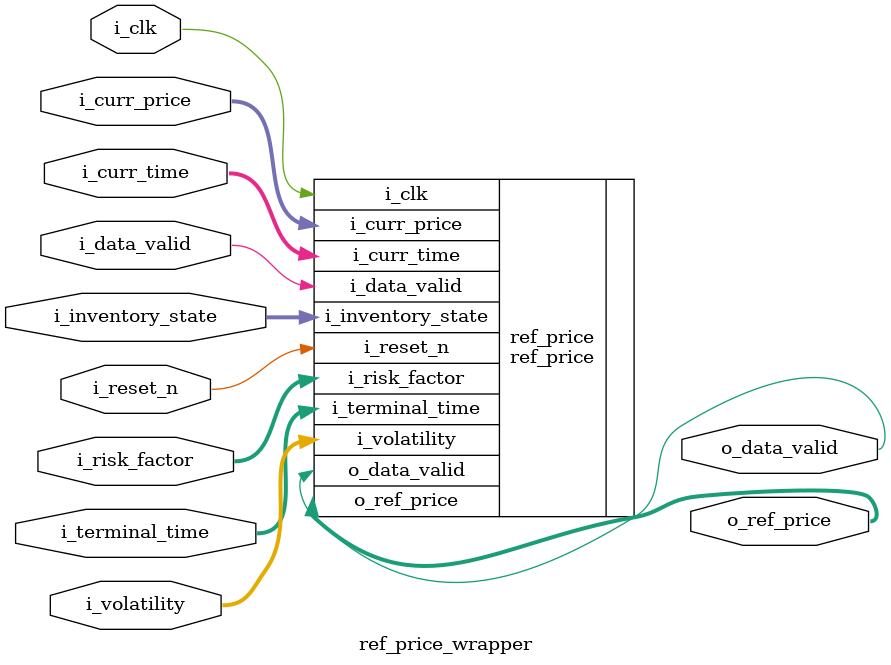
<source format=sv>
`include "../rtl/ref_price.sv"
`timescale 1ns/1ps
module ref_price_wrapper
#(
    parameter FP_WORD_SIZE = 64,
    parameter DATA_WIDTH = 32
)
(
    input logic                                         i_clk,
    input logic                                         i_reset_n,
    input logic [DATA_WIDTH - 1 : 0]                    i_curr_price, // not fixed point, need to conver it to fixed point
    input logic [DATA_WIDTH - 1 : 0]                    i_inventory_state,
    input logic [DATA_WIDTH - 1 : 0]                    i_curr_time, 
    input logic [FP_WORD_SIZE - 1 : 0]                  i_volatility,
    input logic [DATA_WIDTH - 1 : 0]                    i_terminal_time,
    input logic [FP_WORD_SIZE - 1 : 0]                  i_risk_factor,
    input logic                                         i_data_valid,
    output logic [FP_WORD_SIZE - 1 : 0]                 o_ref_price,
    output logic                                        o_data_valid
);

    ref_price ref_price
    (
        .i_clk(i_clk),
        .i_reset_n(i_reset_n),
        .i_curr_price(i_curr_price),
        .i_inventory_state(i_inventory_state),
        .i_curr_time(i_curr_time),
        .i_volatility(i_volatility),
        .i_terminal_time(i_terminal_time),
        .i_risk_factor(i_risk_factor),
        .i_data_valid(i_data_valid),
        .o_ref_price(o_ref_price),
        .o_data_valid(o_data_valid)
    );

    initial
    begin
        $dumpfile("test.vcd");
        $dumpvars;
    end

endmodule
</source>
